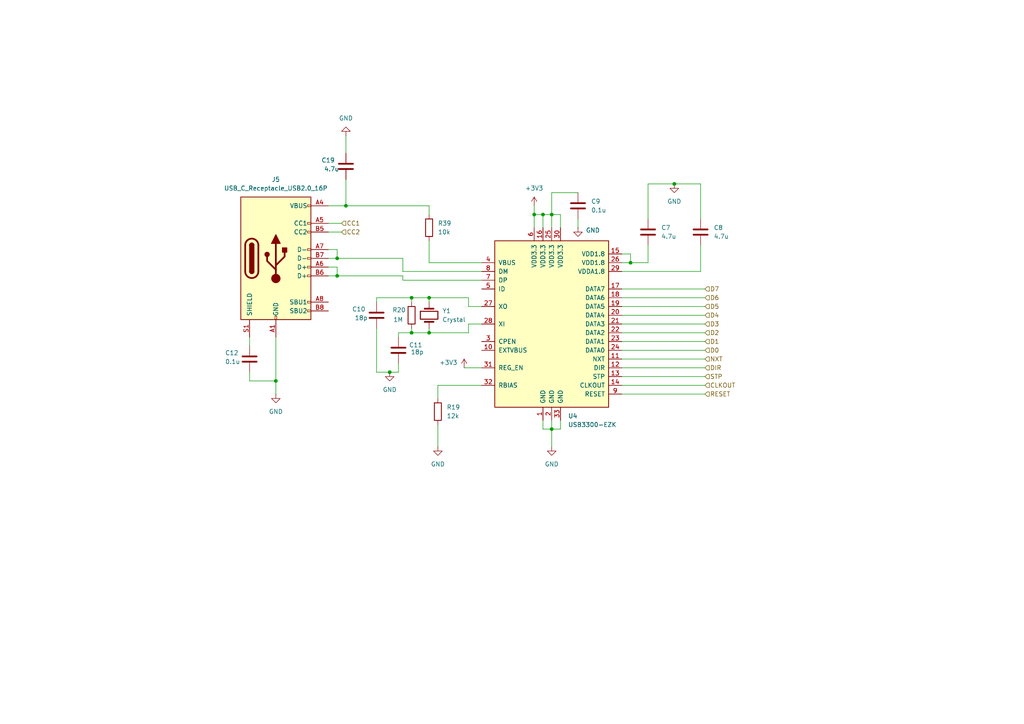
<source format=kicad_sch>
(kicad_sch (version 20231120) (generator "eeschema") (generator_version "8.0")
  (paper "A4")
  (lib_symbols
    (symbol "Connector:USB_C_Receptacle_USB2.0_16P" (pin_names (offset 1.016))
      (property "Reference" "J" (at 0 22.225 0))
      (property "Value" "USB_C_Receptacle_USB2.0_16P" (at 0 19.685 0))
      (symbol "USB_C_Receptacle_USB2.0_16P_0_0"
        (rectangle (start -0.254 -17.78) (end 0.254 -16.764))
        (rectangle (start 10.16 -14.986) (end 9.144 -15.494))
        (rectangle (start 10.16 -12.446) (end 9.144 -12.954))
        (rectangle (start 10.16 -4.826) (end 9.144 -5.334))
        (rectangle (start 10.16 -2.286) (end 9.144 -2.794))
        (rectangle (start 10.16 0.254) (end 9.144 -0.254))
        (rectangle (start 10.16 2.794) (end 9.144 2.286))
        (rectangle (start 10.16 7.874) (end 9.144 7.366))
        (rectangle (start 10.16 10.414) (end 9.144 9.906))
        (rectangle (start 10.16 15.494) (end 9.144 14.986))
      )
      (symbol "USB_C_Receptacle_USB2.0_16P_0_1"
        (rectangle (start -10.16 17.78) (end 10.16 -17.78) (stroke (width 0.254)) (fill (type background)))
        (arc (start -8.89 -3.81) (mid -6.985 -5.7067) (end -5.08 -3.81) (stroke (width 0.508)))
        (arc (start -7.62 -3.81) (mid -6.985 -4.4423) (end -6.35 -3.81) (stroke (width 0.254)))
        (arc (start -7.62 -3.81) (mid -6.985 -4.4423) (end -6.35 -3.81) (stroke (width 0.254)) (fill (type outline)))
        (rectangle (start -7.62 -3.81) (end -6.35 3.81) (stroke (width 0.254)) (fill (type outline)))
        (arc (start -6.35 3.81) (mid -6.985 4.4423) (end -7.62 3.81) (stroke (width 0.254)))
        (arc (start -6.35 3.81) (mid -6.985 4.4423) (end -7.62 3.81) (stroke (width 0.254)) (fill (type outline)))
        (arc (start -5.08 3.81) (mid -6.985 5.7067) (end -8.89 3.81) (stroke (width 0.508)))
        (circle (center -2.54 1.143) (radius 0.635) (stroke (width 0.254)) (fill (type outline)))
        (circle (center 0 -5.842) (radius 1.27) (fill (type outline)))
        (polyline (pts (xy -8.89 -3.81) (xy -8.89 3.81)) (stroke (width 0.508)))
        (polyline (pts (xy -5.08 3.81) (xy -5.08 -3.81)) (stroke (width 0.508)))
        (polyline (pts (xy 0 -5.842) (xy 0 4.318)) (stroke (width 0.508)))
        (polyline (pts (xy 0 -3.302) (xy -2.54 -0.762) (xy -2.54 0.508)) (stroke (width 0.508)))
        (polyline (pts (xy 0 -2.032) (xy 2.54 0.508) (xy 2.54 1.778)) (stroke (width 0.508)))
        (polyline (pts (xy -1.27 4.318) (xy 0 6.858) (xy 1.27 4.318) (xy -1.27 4.318)) (stroke (width 0.254)) (fill (type outline)))
        (rectangle (start 1.905 1.778) (end 3.175 3.048) (stroke (width 0.254)) (fill (type outline)))
      )
      (symbol "USB_C_Receptacle_USB2.0_16P_1_1"
        (pin passive line (at 0 -22.86 90) (length 5.08) (name "GND") (number "A1"))
        (pin passive line (at 0 -22.86 90) (length 5.08) hide (name "GND") (number "A12"))
        (pin passive line (at 15.24 15.24 180) (length 5.08) (name "VBUS") (number "A4"))
        (pin bidirectional line (at 15.24 10.16 180) (length 5.08) (name "CC1") (number "A5"))
        (pin bidirectional line (at 15.24 -2.54 180) (length 5.08) (name "D+") (number "A6"))
        (pin bidirectional line (at 15.24 2.54 180) (length 5.08) (name "D-") (number "A7"))
        (pin bidirectional line (at 15.24 -12.7 180) (length 5.08) (name "SBU1") (number "A8"))
        (pin passive line (at 15.24 15.24 180) (length 5.08) hide (name "VBUS") (number "A9"))
        (pin passive line (at 0 -22.86 90) (length 5.08) hide (name "GND") (number "B1"))
        (pin passive line (at 0 -22.86 90) (length 5.08) hide (name "GND") (number "B12"))
        (pin passive line (at 15.24 15.24 180) (length 5.08) hide (name "VBUS") (number "B4"))
        (pin bidirectional line (at 15.24 7.62 180) (length 5.08) (name "CC2") (number "B5"))
        (pin bidirectional line (at 15.24 -5.08 180) (length 5.08) (name "D+") (number "B6"))
        (pin bidirectional line (at 15.24 0 180) (length 5.08) (name "D-") (number "B7"))
        (pin bidirectional line (at 15.24 -15.24 180) (length 5.08) (name "SBU2") (number "B8"))
        (pin passive line (at 15.24 15.24 180) (length 5.08) hide (name "VBUS") (number "B9"))
        (pin passive line (at -7.62 -22.86 90) (length 5.08) (name "SHIELD") (number "S1"))
      )
    )
    (symbol "Device:C" (pin_numbers hide) (pin_names (offset 0.254))
      (property "Reference" "C" (at 0.635 2.54 0))
      (property "Value" "C" (at 0.635 -2.54 0))
      (symbol "C_0_1"
        (polyline (pts (xy -2.032 -0.762) (xy 2.032 -0.762)) (stroke (width 0.508)))
        (polyline (pts (xy -2.032 0.762) (xy 2.032 0.762)) (stroke (width 0.508)))
      )
      (symbol "C_1_1"
        (pin passive line (at 0 3.81 270) (length 2.794) (name "~") (number "1"))
        (pin passive line (at 0 -3.81 90) (length 2.794) (name "~") (number "2"))
      )
    )
    (symbol "Device:Crystal" (pin_numbers hide) (pin_names (offset 1.016) hide)
      (property "Reference" "Y" (at 0 3.81 0))
      (property "Value" "Crystal" (at 0 -3.81 0))
      (symbol "Crystal_0_1"
        (rectangle (start -1.143 2.54) (end 1.143 -2.54) (stroke (width 0.3048)))
        (polyline (pts (xy -2.54 0) (xy -1.905 0)))
        (polyline (pts (xy -1.905 -1.27) (xy -1.905 1.27)) (stroke (width 0.508)))
        (polyline (pts (xy 1.905 -1.27) (xy 1.905 1.27)) (stroke (width 0.508)))
        (polyline (pts (xy 2.54 0) (xy 1.905 0)))
      )
      (symbol "Crystal_1_1"
        (pin passive line (at -3.81 0 0) (length 1.27) (name "1") (number "1"))
        (pin passive line (at 3.81 0 180) (length 1.27) (name "2") (number "2"))
      )
    )
    (symbol "Device:R" (pin_numbers hide) (pin_names (offset 0))
      (property "Reference" "R" (at 2.032 0 90))
      (property "Value" "R" (at 0 0 90))
      (symbol "R_0_1"
        (rectangle (start -1.016 -2.54) (end 1.016 2.54) (stroke (width 0.254)))
      )
      (symbol "R_1_1"
        (pin passive line (at 0 3.81 270) (length 1.27) (name "~") (number "1"))
        (pin passive line (at 0 -3.81 90) (length 1.27) (name "~") (number "2"))
      )
    )
    (symbol "Interface_USB:USB3300-EZK" (pin_names (offset 1.016))
      (property "Reference" "U" (at 0 1.27 0))
      (property "Value" "USB3300-EZK" (at 0 -1.27 0))
      (symbol "USB3300-EZK_0_1"
        (rectangle (start 16.51 -24.13) (end -16.51 24.13) (stroke (width 0.254)) (fill (type background)))
      )
      (symbol "USB3300-EZK_1_1"
        (pin power_in line (at -2.54 -27.94 90) (length 3.81) (name "GND") (number "1"))
        (pin input line (at -20.32 -7.62 0) (length 3.81) (name "EXTVBUS") (number "10"))
        (pin output line (at 20.32 -10.16 180) (length 3.81) (name "NXT") (number "11"))
        (pin output line (at 20.32 -12.7 180) (length 3.81) (name "DIR") (number "12"))
        (pin input line (at 20.32 -15.24 180) (length 3.81) (name "STP") (number "13"))
        (pin output line (at 20.32 -17.78 180) (length 3.81) (name "CLKOUT") (number "14"))
        (pin power_out line (at 20.32 20.32 180) (length 3.81) (name "VDD1.8") (number "15"))
        (pin power_in line (at -2.54 27.94 270) (length 3.81) (name "VDD3.3") (number "16"))
        (pin bidirectional line (at 20.32 10.16 180) (length 3.81) (name "DATA7") (number "17"))
        (pin bidirectional line (at 20.32 7.62 180) (length 3.81) (name "DATA6") (number "18"))
        (pin bidirectional line (at 20.32 5.08 180) (length 3.81) (name "DATA5") (number "19"))
        (pin power_in line (at 0 -27.94 90) (length 3.81) (name "GND") (number "2"))
        (pin bidirectional line (at 20.32 2.54 180) (length 3.81) (name "DATA4") (number "20"))
        (pin bidirectional line (at 20.32 0 180) (length 3.81) (name "DATA3") (number "21"))
        (pin bidirectional line (at 20.32 -2.54 180) (length 3.81) (name "DATA2") (number "22"))
        (pin bidirectional line (at 20.32 -5.08 180) (length 3.81) (name "DATA1") (number "23"))
        (pin bidirectional line (at 20.32 -7.62 180) (length 3.81) (name "DATA0") (number "24"))
        (pin power_in line (at 0 27.94 270) (length 3.81) (name "VDD3.3") (number "25"))
        (pin power_out line (at 20.32 17.78 180) (length 3.81) (name "VDD1.8") (number "26"))
        (pin output line (at -20.32 5.08 0) (length 3.81) (name "XO") (number "27"))
        (pin input line (at -20.32 0 0) (length 3.81) (name "XI") (number "28"))
        (pin power_out line (at 20.32 15.24 180) (length 3.81) (name "VDDA1.8") (number "29"))
        (pin output line (at -20.32 -5.08 0) (length 3.81) (name "CPEN") (number "3"))
        (pin power_in line (at 2.54 27.94 270) (length 3.81) (name "VDD3.3") (number "30"))
        (pin bidirectional line (at -20.32 -12.7 0) (length 3.81) (name "REG_EN") (number "31"))
        (pin passive line (at -20.32 -17.78 0) (length 3.81) (name "RBIAS") (number "32"))
        (pin power_in line (at 2.54 -27.94 90) (length 3.81) (name "GND") (number "33"))
        (pin power_in line (at -20.32 17.78 0) (length 3.81) (name "VBUS") (number "4"))
        (pin input line (at -20.32 10.16 0) (length 3.81) (name "ID") (number "5"))
        (pin power_in line (at -5.08 27.94 270) (length 3.81) (name "VDD3.3") (number "6"))
        (pin bidirectional line (at -20.32 12.7 0) (length 3.81) (name "DP") (number "7"))
        (pin bidirectional line (at -20.32 15.24 0) (length 3.81) (name "DM") (number "8"))
        (pin input line (at 20.32 -20.32 180) (length 3.81) (name "RESET") (number "9"))
      )
    )
    (symbol "power:+3V3" (power) (pin_numbers hide) (pin_names (offset 0) hide)
      (property "Value" "+3V3" (at 0 3.556 0))
      (symbol "+3V3_0_1"
        (polyline (pts (xy -0.762 1.27) (xy 0 2.54)))
        (polyline (pts (xy 0 0) (xy 0 2.54)))
        (polyline (pts (xy 0 2.54) (xy 0.762 1.27)))
      )
      (symbol "+3V3_1_1"
        (pin power_in line (at 0 0 90) (length 0) (name "~") (number "1"))
      )
    )
    (symbol "power:GND" (power) (pin_numbers hide) (pin_names (offset 0) hide)
      (property "Value" "GND" (at 0 -3.81 0))
      (symbol "GND_0_1"
        (polyline (pts (xy 0 0) (xy 0 -1.27) (xy 1.27 -1.27) (xy 0 -2.54) (xy -1.27 -1.27) (xy 0 -1.27)))
      )
      (symbol "GND_1_1"
        (pin power_in line (at 0 0 270) (length 0) (name "~") (number "1"))
      )
    )
  )
  (junction (at 182.88 76.2))
  (junction (at 154.94 62.23))
  (junction (at 157.48 62.23))
  (junction (at 119.38 96.52))
  (junction (at 97.79 80.01))
  (junction (at 160.02 124.46))
  (junction (at 124.46 86.36))
  (junction (at 100.33 59.69))
  (junction (at 97.79 74.93))
  (junction (at 113.03 107.95))
  (junction (at 160.02 62.23))
  (junction (at 119.38 86.36))
  (junction (at 195.58 53.34))
  (junction (at 80.01 110.49))
  (junction (at 124.46 96.52))
  (wire (pts (xy 124.46 59.69) (xy 100.33 59.69)))
  (wire (pts (xy 180.34 91.44) (xy 204.47 91.44)))
  (wire (pts (xy 109.22 86.36) (xy 119.38 86.36)))
  (wire (pts (xy 187.96 63.5) (xy 187.96 53.34)))
  (wire (pts (xy 109.22 107.95) (xy 113.03 107.95)))
  (wire (pts (xy 180.34 86.36) (xy 204.47 86.36)))
  (wire (pts (xy 72.39 110.49) (xy 80.01 110.49)))
  (wire (pts (xy 95.25 59.69) (xy 100.33 59.69)))
  (wire (pts (xy 135.89 88.9) (xy 135.89 86.36)))
  (wire (pts (xy 95.25 72.39) (xy 97.79 72.39)))
  (wire (pts (xy 97.79 77.47) (xy 97.79 80.01)))
  (wire (pts (xy 100.33 59.69) (xy 100.33 52.07)))
  (wire (pts (xy 187.96 71.12) (xy 187.96 76.2)))
  (wire (pts (xy 100.33 39.37) (xy 100.33 44.45)))
  (wire (pts (xy 160.02 62.23) (xy 160.02 66.04)))
  (wire (pts (xy 160.02 121.92) (xy 160.02 124.46)))
  (wire (pts (xy 180.34 88.9) (xy 204.47 88.9)))
  (wire (pts (xy 203.2 78.74) (xy 203.2 71.12)))
  (wire (pts (xy 127 123.19) (xy 127 129.54)))
  (wire (pts (xy 139.7 111.76) (xy 127 111.76)))
  (wire (pts (xy 195.58 53.34) (xy 203.2 53.34)))
  (wire (pts (xy 204.4776 99.0155) (xy 204.47 99.06)))
  (wire (pts (xy 124.46 62.23) (xy 124.46 59.69)))
  (wire (pts (xy 116.84 81.28) (xy 116.84 80.01)))
  (wire (pts (xy 180.34 83.82) (xy 204.47 83.82)))
  (wire (pts (xy 157.48 121.92) (xy 157.48 124.46)))
  (wire (pts (xy 139.7 76.2) (xy 124.46 76.2)))
  (wire (pts (xy 154.94 62.23) (xy 154.94 66.04)))
  (wire (pts (xy 135.89 86.36) (xy 124.46 86.36)))
  (wire (pts (xy 119.38 87.63) (xy 119.38 86.36)))
  (wire (pts (xy 97.79 74.93) (xy 95.25 74.93)))
  (wire (pts (xy 95.25 67.31) (xy 99.06 67.31)))
  (wire (pts (xy 180.34 101.6) (xy 204.47 101.6)))
  (wire (pts (xy 187.96 53.34) (xy 195.58 53.34)))
  (wire (pts (xy 203.2 53.34) (xy 203.2 63.5)))
  (wire (pts (xy 160.02 55.88) (xy 160.02 62.23)))
  (wire (pts (xy 109.22 87.63) (xy 109.22 86.36)))
  (wire (pts (xy 115.57 97.79) (xy 115.57 96.52)))
  (wire (pts (xy 182.88 73.66) (xy 182.88 76.2)))
  (wire (pts (xy 139.7 88.9) (xy 135.89 88.9)))
  (wire (pts (xy 162.56 62.23) (xy 160.02 62.23)))
  (wire (pts (xy 115.57 107.95) (xy 115.57 105.41)))
  (wire (pts (xy 160.02 124.46) (xy 162.56 124.46)))
  (wire (pts (xy 72.39 97.79) (xy 72.39 100.33)))
  (wire (pts (xy 167.64 55.88) (xy 160.02 55.88)))
  (wire (pts (xy 180.34 96.52) (xy 204.47 96.52)))
  (wire (pts (xy 180.34 76.2) (xy 182.88 76.2)))
  (wire (pts (xy 119.38 96.52) (xy 124.46 96.52)))
  (wire (pts (xy 116.84 80.01) (xy 97.79 80.01)))
  (wire (pts (xy 157.48 62.23) (xy 154.94 62.23)))
  (wire (pts (xy 180.34 99.06) (xy 204.47 99.06)))
  (wire (pts (xy 119.38 86.36) (xy 124.46 86.36)))
  (wire (pts (xy 80.01 97.79) (xy 80.01 110.49)))
  (wire (pts (xy 80.01 110.49) (xy 80.01 114.3)))
  (wire (pts (xy 95.25 64.77) (xy 99.06 64.77)))
  (wire (pts (xy 167.64 63.5) (xy 167.64 66.04)))
  (wire (pts (xy 180.34 106.68) (xy 204.47 106.68)))
  (wire (pts (xy 157.48 62.23) (xy 157.48 66.04)))
  (wire (pts (xy 119.38 95.25) (xy 119.38 96.52)))
  (wire (pts (xy 139.7 81.28) (xy 116.84 81.28)))
  (wire (pts (xy 124.46 96.52) (xy 135.89 96.52)))
  (wire (pts (xy 180.34 93.98) (xy 204.47 93.98)))
  (wire (pts (xy 180.34 78.74) (xy 203.2 78.74)))
  (wire (pts (xy 97.79 80.01) (xy 95.25 80.01)))
  (wire (pts (xy 124.46 76.2) (xy 124.46 69.85)))
  (wire (pts (xy 135.89 96.52) (xy 135.89 93.98)))
  (wire (pts (xy 162.56 66.04) (xy 162.56 62.23)))
  (wire (pts (xy 72.39 107.95) (xy 72.39 110.49)))
  (wire (pts (xy 160.02 124.46) (xy 160.02 129.54)))
  (wire (pts (xy 154.94 59.69) (xy 154.94 62.23)))
  (wire (pts (xy 95.25 77.47) (xy 97.79 77.47)))
  (wire (pts (xy 187.96 76.2) (xy 182.88 76.2)))
  (wire (pts (xy 139.7 78.74) (xy 116.84 78.74)))
  (wire (pts (xy 180.34 111.76) (xy 204.47 111.76)))
  (wire (pts (xy 162.56 121.92) (xy 162.56 124.46)))
  (wire (pts (xy 180.34 114.3) (xy 204.47 114.3)))
  (wire (pts (xy 97.79 72.39) (xy 97.79 74.93)))
  (wire (pts (xy 160.02 62.23) (xy 157.48 62.23)))
  (wire (pts (xy 127 111.76) (xy 127 115.57)))
  (wire (pts (xy 124.46 86.36) (xy 124.46 87.63)))
  (wire (pts (xy 116.84 74.93) (xy 97.79 74.93)))
  (wire (pts (xy 109.22 95.25) (xy 109.22 107.95)))
  (wire (pts (xy 124.46 95.25) (xy 124.46 96.52)))
  (wire (pts (xy 115.57 96.52) (xy 119.38 96.52)))
  (wire (pts (xy 116.84 78.74) (xy 116.84 74.93)))
  (wire (pts (xy 134.62 106.68) (xy 139.7 106.68)))
  (wire (pts (xy 180.34 109.22) (xy 204.47 109.22)))
  (wire (pts (xy 180.34 104.14) (xy 204.47 104.14)))
  (wire (pts (xy 113.03 107.95) (xy 115.57 107.95)))
  (wire (pts (xy 157.48 124.46) (xy 160.02 124.46)))
  (wire (pts (xy 135.89 93.98) (xy 139.7 93.98)))
  (wire (pts (xy 180.34 73.66) (xy 182.88 73.66)))
  (hierarchical_label "NXT" (shape input) (at 204.47 104.14 0))
  (hierarchical_label "D4" (shape input) (at 204.47 91.44 0))
  (hierarchical_label "CLKOUT" (shape input) (at 204.47 111.76 0))
  (hierarchical_label "CC2" (shape input) (at 99.06 67.31 0))
  (hierarchical_label "STP" (shape input) (at 204.47 109.22 0))
  (hierarchical_label "DIR" (shape input) (at 204.47 106.68 0))
  (hierarchical_label "CC1" (shape input) (at 99.06 64.77 0))
  (hierarchical_label "D6" (shape input) (at 204.47 86.36 0))
  (hierarchical_label "D0" (shape input) (at 204.47 101.6 0))
  (hierarchical_label "D5" (shape input) (at 204.47 88.9 0))
  (hierarchical_label "RESET" (shape input) (at 204.47 114.3 0))
  (hierarchical_label "D2" (shape input) (at 204.47 96.52 0))
  (hierarchical_label "D1" (shape input) (at 204.47 99.06 0))
  (hierarchical_label "D7" (shape input) (at 204.47 83.82 0))
  (hierarchical_label "D3" (shape input) (at 204.47 93.98 0))
  (symbol (lib_id "power:+3V3") (at 134.62 106.68 0) (unit 1)
    (property "Reference" "#PWR036" (effects (hide yes)))
    (property "Value" "+3V3" (at 130.048 105.156 0))
    (property "Description" "Power symbol creates a global label with name \"+3V3\"" (effects (hide yes)))
  )
  (symbol (lib_id "Device:C") (at 167.64 59.69 0) (unit 1)
    (property "Reference" "C9" (at 171.45 58.4199 0) (effects (justify left)))
    (property "Value" "0.1u" (at 171.45 60.9599 0) (effects (justify left)))
    (property "Footprint" "Capacitor_SMD:C_0402_1005Metric" (effects (hide yes)))
    (property "Description" "Unpolarized capacitor" (effects (hide yes)))
    (property "LCSC ID" "C1525" (effects (hide yes)))
  )
  (symbol (lib_id "Device:C") (at 187.96 67.31 0) (unit 1)
    (property "Reference" "C7" (at 191.77 66.0399 0) (effects (justify left)))
    (property "Value" "4.7u" (at 191.77 68.5799 0) (effects (justify left)))
    (property "Footprint" "Capacitor_SMD:C_0402_1005Metric" (effects (hide yes)))
    (property "Description" "Unpolarized capacitor" (effects (hide yes)))
    (property "LCSC ID" "C2858031" (effects (hide yes)))
  )
  (symbol (lib_id "power:GND") (at 100.33 39.37 180) (unit 1)
    (property "Reference" "#PWR080" (effects (hide yes)))
    (property "Value" "GND" (at 100.33 34.29 0))
    (property "Description" "Power symbol creates a global label with name \"GND\" , ground" (effects (hide yes)))
  )
  (symbol (lib_id "Interface_USB:USB3300-EZK") (at 160.02 93.98 0) (unit 1)
    (property "Reference" "U4" (at 164.7541 120.65 0) (effects (justify left)))
    (property "Value" "USB3300-EZK" (at 164.7541 123.19 0) (effects (justify left)))
    (property "Footprint" "Package_DFN_QFN:QFN-32-1EP_5x5mm_P0.5mm_EP3.45x3.45mm" (effects (hide yes)))
    (property "Datasheet" "http://ww1.microchip.com/downloads/en/DeviceDoc/00001783C.pdf" (effects (hide yes)))
    (property "Description" "Hi-Speed USB Host, Device or OTG PHY with ULPI Interface" (effects (hide yes)))
    (property "LCSC ID" "C108383" (effects (hide yes)))
  )
  (symbol (lib_id "power:GND") (at 127 129.54 0) (unit 1)
    (property "Reference" "#PWR040" (effects (hide yes)))
    (property "Value" "GND" (at 127 134.62 0))
    (property "Description" "Power symbol creates a global label with name \"GND\" , ground" (effects (hide yes)))
  )
  (symbol (lib_id "Device:C") (at 72.39 104.14 0) (unit 1)
    (property "Reference" "C12" (at 65.278 102.362 0) (effects (justify left)))
    (property "Value" "0.1u" (at 65.278 104.902 0) (effects (justify left)))
    (property "Footprint" "Capacitor_SMD:C_0402_1005Metric" (effects (hide yes)))
    (property "Description" "Unpolarized capacitor" (effects (hide yes)))
    (property "LCSC ID" "C1525" (effects (hide yes)))
  )
  (symbol (lib_id "Connector:USB_C_Receptacle_USB2.0_16P") (at 80.01 74.93 0) (unit 1)
    (property "Reference" "J5" (at 80.01 52.07 0))
    (property "Value" "USB_C_Receptacle_USB2.0_16P" (at 80.01 54.61 0))
    (property "Footprint" "Connector_USB:USB_C_Receptacle_G-Switch_GT-USB-7010ASV" (effects (hide yes)))
    (property "Datasheet" "https://www.lcsc.com/product-detail/USB-Connectors_G-Switch-GT-USB-7010ASV_C2988369.html" (effects (hide yes)))
    (property "Description" "USB 2.0 3A 1 260℃ Surface Mount，Right Angle 16P Female -40℃~+85℃ Gold High Conductivity Copper Type-C SMD USB Connectors ROHS " (effects (hide yes)))
    (property "LCSC ID" "C2988369" (effects (hide yes)))
  )
  (symbol (lib_id "Device:C") (at 100.33 48.26 0) (unit 1)
    (property "Reference" "C19" (at 93.218 46.482 0) (effects (justify left)))
    (property "Value" "4.7u" (at 93.98 49.022 0) (effects (justify left)))
    (property "Footprint" "Capacitor_SMD:C_0402_1005Metric" (effects (hide yes)))
    (property "Description" "Unpolarized capacitor" (effects (hide yes)))
    (property "LCSC ID" "C695126" (effects (hide yes)))
  )
  (symbol (lib_id "power:GND") (at 167.64 66.04 0) (unit 1)
    (property "Reference" "#PWR041" (effects (hide yes)))
    (property "Value" "GND" (at 171.958 66.802 0))
    (property "Description" "Power symbol creates a global label with name \"GND\" , ground" (effects (hide yes)))
  )
  (symbol (lib_id "power:GND") (at 195.58 53.34 0) (unit 1)
    (property "Reference" "#PWR037" (effects (hide yes)))
    (property "Value" "GND" (at 195.58 58.42 0))
    (property "Description" "Power symbol creates a global label with name \"GND\" , ground" (effects (hide yes)))
  )
  (symbol (lib_id "Device:C") (at 115.57 101.6 0) (unit 1)
    (property "Reference" "C11" (at 118.618 100.076 0) (effects (justify left)))
    (property "Value" "18p" (at 119.126 102.108 0) (effects (justify left)))
    (property "Footprint" "Capacitor_SMD:C_0402_1005Metric" (effects (hide yes)))
    (property "Description" "Unpolarized capacitor" (effects (hide yes)))
    (property "LCSC ID" "C1512022" (effects (hide yes)))
  )
  (symbol (lib_id "Device:R") (at 119.38 91.44 0) (unit 1)
    (property "Reference" "R20" (at 113.792 89.916 0) (effects (justify left)))
    (property "Value" "1M" (at 114.046 92.71 0) (effects (justify left)))
    (property "Footprint" "Resistor_SMD:R_0402_1005Metric" (effects (hide yes)))
    (property "Description" "Resistor" (effects (hide yes)))
  )
  (symbol (lib_id "power:GND") (at 80.01 114.3 0) (unit 1)
    (property "Reference" "#PWR039" (effects (hide yes)))
    (property "Value" "GND" (at 80.01 119.38 0))
    (property "Description" "Power symbol creates a global label with name \"GND\" , ground" (effects (hide yes)))
  )
  (symbol (lib_id "Device:C") (at 109.22 91.44 0) (unit 1)
    (property "Reference" "C10" (at 102.108 89.662 0) (effects (justify left)))
    (property "Value" "18p" (at 102.87 92.202 0) (effects (justify left)))
    (property "Footprint" "Capacitor_SMD:C_0402_1005Metric" (effects (hide yes)))
    (property "Description" "Unpolarized capacitor" (effects (hide yes)))
    (property "LCSC ID" "C1512022" (effects (hide yes)))
  )
  (symbol (lib_id "power:GND") (at 113.03 107.95 0) (unit 1)
    (property "Reference" "#PWR042" (effects (hide yes)))
    (property "Value" "GND" (at 113.03 113.03 0))
    (property "Description" "Power symbol creates a global label with name \"GND\" , ground" (effects (hide yes)))
  )
  (symbol (lib_id "Device:Crystal") (at 124.46 91.44 270) (unit 1)
    (property "Reference" "Y1" (at 128.27 90.1699 90) (effects (justify left)))
    (property "Value" "Crystal" (at 128.27 92.7099 90) (effects (justify left)))
    (property "Footprint" "Crystal:Crystal_SMD_Qantek_QC5CB-2Pin_5x3.2mm" (effects (hide yes)))
    (property "Datasheet" "https://www.digikey.com/en/products/detail/abracon-llc/ABM3-24-000MHZ-D2Y-T/2344583" (effects (hide yes)))
    (property "Description" "Two pin crystal" (effects (hide yes)))
    (property "LCSC ID" "C1985382" (effects (hide yes)))
  )
  (symbol (lib_id "Device:C") (at 203.2 67.31 0) (unit 1)
    (property "Reference" "C8" (at 207.01 66.0399 0) (effects (justify left)))
    (property "Value" "4.7u" (at 207.01 68.5799 0) (effects (justify left)))
    (property "Footprint" "Capacitor_SMD:C_0402_1005Metric" (effects (hide yes)))
    (property "Description" "Unpolarized capacitor" (effects (hide yes)))
    (property "LCSC ID" "C2858031" (effects (hide yes)))
  )
  (symbol (lib_id "Device:R") (at 124.46 66.04 0) (unit 1)
    (property "Reference" "R39" (at 127 64.7699 0) (effects (justify left)))
    (property "Value" "10k" (at 127 67.3099 0) (effects (justify left)))
    (property "Footprint" "Resistor_SMD:R_0402_1005Metric" (effects (hide yes)))
    (property "Description" "Resistor" (effects (hide yes)))
    (property "LCSC ID" "C25744" (effects (hide yes)))
  )
  (symbol (lib_id "Device:R") (at 127 119.38 0) (unit 1)
    (property "Reference" "R19" (at 129.54 118.1099 0) (effects (justify left)))
    (property "Value" "12k" (at 129.54 120.6499 0) (effects (justify left)))
    (property "Footprint" "Resistor_SMD:R_0402_1005Metric" (effects (hide yes)))
    (property "Description" "Resistor" (effects (hide yes)))
    (property "LCSC ID" "C25752" (effects (hide yes)))
  )
  (symbol (lib_id "power:+3V3") (at 154.94 59.69 0) (unit 1)
    (property "Reference" "#PWR035" (effects (hide yes)))
    (property "Value" "+3V3" (at 154.94 54.61 0))
    (property "Description" "Power symbol creates a global label with name \"+3V3\"" (effects (hide yes)))
  )
  (symbol (lib_id "power:GND") (at 160.02 129.54 0) (unit 1)
    (property "Reference" "#PWR038" (effects (hide yes)))
    (property "Value" "GND" (at 160.02 134.62 0))
    (property "Description" "Power symbol creates a global label with name \"GND\" , ground" (effects (hide yes)))
  )
)
</source>
